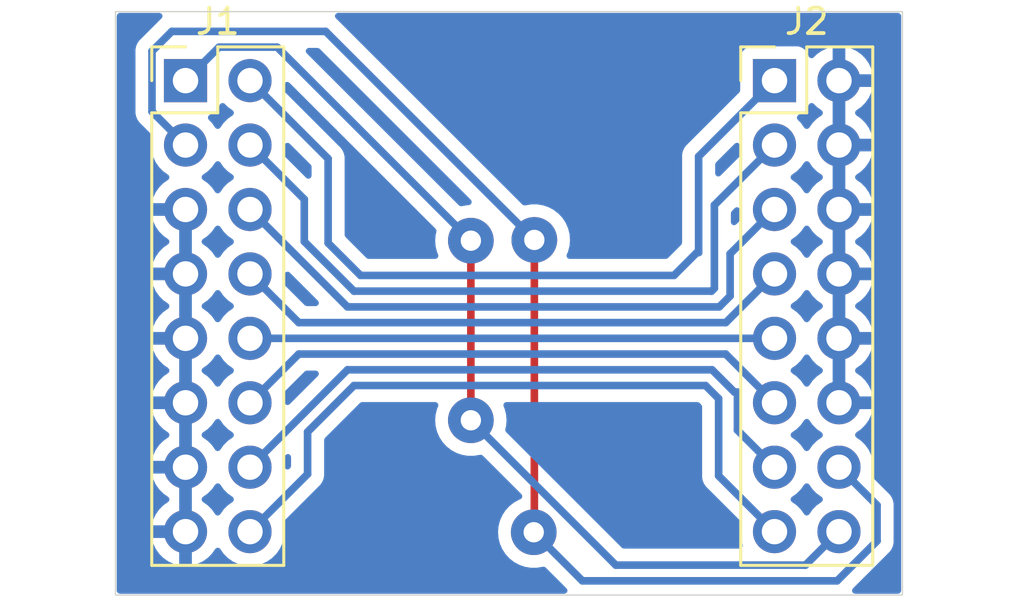
<source format=kicad_pcb>
(kicad_pcb (version 20240108) (generator "pcbnew") (generator_version "8.0")
  (layers (0 "F.Cu" signal) (31 "B.Cu" signal) (34 "B.Paste" user) (35 "F.Paste" user) (36 "B.SilkS" user "B.Silkscreen") (37 "F.SilkS" user "F.Silkscreen") (38 "B.Mask" user) (39 "F.Mask" user) (44 "Edge.Cuts" user))
  (net 0 "")
  (net 1 "Net-(J1-Pin_14)")
  (net 2 "Net-(J1-Pin_2)")
  (net 3 "Net-(J1-Pin_6)")
  (net 4 "Net-(J1-Pin_1)")
  (net 5 "Net-(J1-Pin_10)")
  (net 6 "Net-(J1-Pin_16)")
  (net 7 "Net-(J1-Pin_12)")
  (net 8 "Net-(J1-Pin_3)")
  (net 9 "Net-(J1-Pin_4)")
  (net 10 "Net-(J1-Pin_8)")
  (net 11 "GND")
  (footprint "Connector_PinHeader_2.54mm:PinHeader_2x08_P2.54mm_Vertical" (layer "F.Cu") (at 128.96 82.72)
    (property "Reference" "J2" (at 1.27 -2.33 0) (layer "F.SilkS"))
    (property "Value" "Conn_02x08_Odd_Even")
    (fp_line (start -1.33 -1.33) (end 0 -1.33) (stroke (width 0.12)) (layer "F.SilkS"))
    (fp_line (start -1.33 0) (end -1.33 -1.33) (stroke (width 0.12)) (layer "F.SilkS"))
    (fp_line (start -1.33 1.27) (end -1.33 19.11) (stroke (width 0.12)) (layer "F.SilkS"))
    (fp_line (start -1.33 1.27) (end 1.27 1.27) (stroke (width 0.12)) (layer "F.SilkS"))
    (fp_line (start -1.33 19.11) (end 3.87 19.11) (stroke (width 0.12)) (layer "F.SilkS"))
    (fp_line (start 1.27 -1.33) (end 3.87 -1.33) (stroke (width 0.12)) (layer "F.SilkS"))
    (fp_line (start 1.27 1.27) (end 1.27 -1.33) (stroke (width 0.12)) (layer "F.SilkS"))
    (fp_line (start 3.87 -1.33) (end 3.87 19.11) (stroke (width 0.12)) (layer "F.SilkS"))
    (pad "1" thru_hole rect (at 0 0) (size 1.7 1.7) (drill 1) (layers "*.Cu" "*.Mask") (net 2 "Net-(J1-Pin_2)"))
    (pad "2" thru_hole oval (at 2.54 0) (size 1.7 1.7) (drill 1) (layers "*.Cu" "*.Mask") (net 11 "GND"))
    (pad "3" thru_hole oval (at 0 2.54) (size 1.7 1.7) (drill 1) (layers "*.Cu" "*.Mask") (net 9 "Net-(J1-Pin_4)"))
    (pad "4" thru_hole oval (at 2.54 2.54) (size 1.7 1.7) (drill 1) (layers "*.Cu" "*.Mask") (net 11 "GND"))
    (pad "5" thru_hole oval (at 0 5.08) (size 1.7 1.7) (drill 1) (layers "*.Cu" "*.Mask") (net 3 "Net-(J1-Pin_6)"))
    (pad "6" thru_hole oval (at 2.54 5.08) (size 1.7 1.7) (drill 1) (layers "*.Cu" "*.Mask") (net 11 "GND"))
    (pad "7" thru_hole oval (at 0 7.62) (size 1.7 1.7) (drill 1) (layers "*.Cu" "*.Mask") (net 10 "Net-(J1-Pin_8)"))
    (pad "8" thru_hole oval (at 2.54 7.62) (size 1.7 1.7) (drill 1) (layers "*.Cu" "*.Mask") (net 11 "GND"))
    (pad "9" thru_hole oval (at 0 10.16) (size 1.7 1.7) (drill 1) (layers "*.Cu" "*.Mask") (net 5 "Net-(J1-Pin_10)"))
    (pad "10" thru_hole oval (at 2.54 10.16) (size 1.7 1.7) (drill 1) (layers "*.Cu" "*.Mask") (net 11 "GND"))
    (pad "11" thru_hole oval (at 0 12.7) (size 1.7 1.7) (drill 1) (layers "*.Cu" "*.Mask") (net 7 "Net-(J1-Pin_12)"))
    (pad "12" thru_hole oval (at 2.54 12.7) (size 1.7 1.7) (drill 1) (layers "*.Cu" "*.Mask") (net 11 "GND"))
    (pad "13" thru_hole oval (at 0 15.24) (size 1.7 1.7) (drill 1) (layers "*.Cu" "*.Mask") (net 1 "Net-(J1-Pin_14)"))
    (pad "14" thru_hole oval (at 2.54 15.24) (size 1.7 1.7) (drill 1) (layers "*.Cu" "*.Mask") (net 8 "Net-(J1-Pin_3)"))
    (pad "15" thru_hole oval (at 0 17.78) (size 1.7 1.7) (drill 1) (layers "*.Cu" "*.Mask") (net 6 "Net-(J1-Pin_16)"))
    (pad "16" thru_hole oval (at 2.54 17.78) (size 1.7 1.7) (drill 1) (layers "*.Cu" "*.Mask") (net 4 "Net-(J1-Pin_1)"))
  )
  (footprint "Connector_PinHeader_2.54mm:PinHeader_2x08_P2.54mm_Vertical" (layer "F.Cu") (at 105.76 82.72)
    (property "Reference" "J1" (at 1.27 -2.33 0) (layer "F.SilkS"))
    (property "Value" "Conn_02x08_Odd_Even")
    (fp_line (start -1.33 -1.33) (end 0 -1.33) (stroke (width 0.12)) (layer "F.SilkS"))
    (fp_line (start -1.33 0) (end -1.33 -1.33) (stroke (width 0.12)) (layer "F.SilkS"))
    (fp_line (start -1.33 1.27) (end -1.33 19.11) (stroke (width 0.12)) (layer "F.SilkS"))
    (fp_line (start -1.33 1.27) (end 1.27 1.27) (stroke (width 0.12)) (layer "F.SilkS"))
    (fp_line (start -1.33 19.11) (end 3.87 19.11) (stroke (width 0.12)) (layer "F.SilkS"))
    (fp_line (start 1.27 -1.33) (end 3.87 -1.33) (stroke (width 0.12)) (layer "F.SilkS"))
    (fp_line (start 1.27 1.27) (end 1.27 -1.33) (stroke (width 0.12)) (layer "F.SilkS"))
    (fp_line (start 3.87 -1.33) (end 3.87 19.11) (stroke (width 0.12)) (layer "F.SilkS"))
    (pad "1" thru_hole rect (at 0 0) (size 1.7 1.7) (drill 1) (layers "*.Cu" "*.Mask") (net 4 "Net-(J1-Pin_1)"))
    (pad "2" thru_hole oval (at 2.54 0) (size 1.7 1.7) (drill 1) (layers "*.Cu" "*.Mask") (net 2 "Net-(J1-Pin_2)"))
    (pad "3" thru_hole oval (at 0 2.54) (size 1.7 1.7) (drill 1) (layers "*.Cu" "*.Mask") (net 8 "Net-(J1-Pin_3)"))
    (pad "4" thru_hole oval (at 2.54 2.54) (size 1.7 1.7) (drill 1) (layers "*.Cu" "*.Mask") (net 9 "Net-(J1-Pin_4)"))
    (pad "5" thru_hole oval (at 0 5.08) (size 1.7 1.7) (drill 1) (layers "*.Cu" "*.Mask") (net 11 "GND"))
    (pad "6" thru_hole oval (at 2.54 5.08) (size 1.7 1.7) (drill 1) (layers "*.Cu" "*.Mask") (net 3 "Net-(J1-Pin_6)"))
    (pad "7" thru_hole oval (at 0 7.62) (size 1.7 1.7) (drill 1) (layers "*.Cu" "*.Mask") (net 11 "GND"))
    (pad "8" thru_hole oval (at 2.54 7.62) (size 1.7 1.7) (drill 1) (layers "*.Cu" "*.Mask") (net 10 "Net-(J1-Pin_8)"))
    (pad "9" thru_hole oval (at 0 10.16) (size 1.7 1.7) (drill 1) (layers "*.Cu" "*.Mask") (net 11 "GND"))
    (pad "10" thru_hole oval (at 2.54 10.16) (size 1.7 1.7) (drill 1) (layers "*.Cu" "*.Mask") (net 5 "Net-(J1-Pin_10)"))
    (pad "11" thru_hole oval (at 0 12.7) (size 1.7 1.7) (drill 1) (layers "*.Cu" "*.Mask") (net 11 "GND"))
    (pad "12" thru_hole oval (at 2.54 12.7) (size 1.7 1.7) (drill 1) (layers "*.Cu" "*.Mask") (net 7 "Net-(J1-Pin_12)"))
    (pad "13" thru_hole oval (at 0 15.24) (size 1.7 1.7) (drill 1) (layers "*.Cu" "*.Mask") (net 11 "GND"))
    (pad "14" thru_hole oval (at 2.54 15.24) (size 1.7 1.7) (drill 1) (layers "*.Cu" "*.Mask") (net 1 "Net-(J1-Pin_14)"))
    (pad "15" thru_hole oval (at 0 17.78) (size 1.7 1.7) (drill 1) (layers "*.Cu" "*.Mask") (net 11 "GND"))
    (pad "16" thru_hole oval (at 2.54 17.78) (size 1.7 1.7) (drill 1) (layers "*.Cu" "*.Mask") (net 6 "Net-(J1-Pin_16)"))
  )
  (gr_rect (start 103 80) (end 134 103) (stroke (width 0.05)) (fill none) (layer "Edge.Cuts"))
  (segment (start 127.38 95) (end 127.5 95) (width 0.3) (layer "B.Cu") (net 1))
  (segment (start 127.5 95) (end 127.5 96.5) (width 0.3) (layer "B.Cu") (net 1))
  (segment (start 126.5 94.12) (end 127.38 95) (width 0.3) (layer "B.Cu") (net 1))
  (segment (start 108.3 97.96) (end 112.14 94.12) (width 0.3) (layer "B.Cu") (net 1))
  (segment (start 112.14 94.12) (end 126.5 94.12) (width 0.3) (layer "B.Cu") (net 1))
  (segment (start 127.5 96.5) (end 128.96 97.96) (width 0.3) (layer "B.Cu") (net 1))
  (segment (start 108.3 82.72) (end 111.376812 85.796812) (width 0.3) (layer "B.Cu") (net 2))
  (segment (start 125.971594 85.708406) (end 128.96 82.72) (width 0.3) (layer "B.Cu") (net 2))
  (segment (start 111.376812 89.123188) (end 112.653624 90.4) (width 0.3) (layer "B.Cu") (net 2))
  (segment (start 125.971594 89.5) (end 125.971594 85.708406) (width 0.3) (layer "B.Cu") (net 2))
  (segment (start 125 90.4) (end 125.9 89.5) (width 0.3) (layer "B.Cu") (net 2))
  (segment (start 111.376812 85.796812) (end 111.376812 89.123188) (width 0.3) (layer "B.Cu") (net 2))
  (segment (start 125.9 89.5) (end 125.971594 89.5) (width 0.3) (layer "B.Cu") (net 2))
  (segment (start 112.653624 90.4) (end 125 90.4) (width 0.3) (layer "B.Cu") (net 2))
  (segment (start 127.211594 91.211594) (end 127.211594 89.548406) (width 0.3) (layer "B.Cu") (net 3))
  (segment (start 108.3 87.8) (end 112.14 91.64) (width 0.3) (layer "B.Cu") (net 3))
  (segment (start 127.211594 89.548406) (end 128.96 87.8) (width 0.3) (layer "B.Cu") (net 3))
  (segment (start 112.14 91.64) (end 126.783188 91.64) (width 0.3) (layer "B.Cu") (net 3))
  (segment (start 126.783188 91.64) (end 127.211594 91.211594) (width 0.3) (layer "B.Cu") (net 3))
  (segment (start 117 89.03) (end 117 96.11) (width 0.3) (layer "F.Cu") (net 4))
  (via (at 117 96.11) (size 1.8) (drill 0.8) (layers "F.Cu" "B.Cu") (net 4))
  (via (at 117 89.03) (size 1.8) (drill 0.8) (layers "F.Cu" "B.Cu") (net 4))
  (segment (start 130.18 101.82) (end 131.5 100.5) (width 0.3) (layer "B.Cu") (net 4))
  (segment (start 109.37 81.4) (end 117 89.03) (width 0.3) (layer "B.Cu") (net 4))
  (segment (start 107.08 81.4) (end 109.37 81.4) (width 0.3) (layer "B.Cu") (net 4))
  (segment (start 117 96.11) (end 122.71 101.82) (width 0.3) (layer "B.Cu") (net 4))
  (segment (start 105.76 82.72) (end 107.08 81.4) (width 0.3) (layer "B.Cu") (net 4))
  (segment (start 122.71 101.82) (end 130.18 101.82) (width 0.3) (layer "B.Cu") (net 4))
  (segment (start 108.3 92.88) (end 128.96 92.88) (width 0.3) (layer "B.Cu") (net 5))
  (segment (start 110.568406 98.231594) (end 110.568406 96.568406) (width 0.3) (layer "B.Cu") (net 6))
  (segment (start 108.3 100.5) (end 110.568406 98.231594) (width 0.3) (layer "B.Cu") (net 6))
  (segment (start 112.396812 94.74) (end 126.243188 94.74) (width 0.3) (layer "B.Cu") (net 6))
  (segment (start 110.568406 96.568406) (end 112.396812 94.74) (width 0.3) (layer "B.Cu") (net 6))
  (segment (start 126.76 95.256812) (end 126.76 98.3) (width 0.3) (layer "B.Cu") (net 6))
  (segment (start 126.243188 94.74) (end 126.76 95.256812) (width 0.3) (layer "B.Cu") (net 6))
  (segment (start 126.76 98.3) (end 128.96 100.5) (width 0.3) (layer "B.Cu") (net 6))
  (segment (start 110.22 93.5) (end 127.04 93.5) (width 0.3) (layer "B.Cu") (net 7))
  (segment (start 127.04 93.5) (end 128.96 95.42) (width 0.3) (layer "B.Cu") (net 7))
  (segment (start 108.3 95.42) (end 110.22 93.5) (width 0.3) (layer "B.Cu") (net 7))
  (segment (start 119.5 100.5) (end 119.476263 100.523737) (width 0.3) (layer "F.Cu") (net 8))
  (segment (start 119.5 89) (end 119.5 100.5) (width 0.3) (layer "F.Cu") (net 8))
  (via (at 119.476263 100.523737) (size 1.8) (drill 0.8) (layers "F.Cu" "B.Cu") (net 8))
  (via (at 119.5 89) (size 1.8) (drill 0.8) (layers "F.Cu" "B.Cu") (net 8))
  (segment (start 111.28 80.78) (end 119.5 89) (width 0.3) (layer "B.Cu") (net 8))
  (segment (start 119.476263 100.523737) (end 121.392526 102.44) (width 0.3) (layer "B.Cu") (net 8))
  (segment (start 133 100.866762) (end 133 99.46) (width 0.3) (layer "B.Cu") (net 8))
  (segment (start 104.44 83.94) (end 104.44 81.56) (width 0.3) (layer "B.Cu") (net 8))
  (segment (start 105.76 85.26) (end 104.44 83.94) (width 0.3) (layer "B.Cu") (net 8))
  (segment (start 133 99.46) (end 131.5 97.96) (width 0.3) (layer "B.Cu") (net 8))
  (segment (start 105.22 80.78) (end 111.28 80.78) (width 0.3) (layer "B.Cu") (net 8))
  (segment (start 131.426762 102.44) (end 133 100.866762) (width 0.3) (layer "B.Cu") (net 8))
  (segment (start 104.44 81.56) (end 105.22 80.78) (width 0.3) (layer "B.Cu") (net 8))
  (segment (start 121.392526 102.44) (end 131.426762 102.44) (width 0.3) (layer "B.Cu") (net 8))
  (segment (start 126.591594 87.628406) (end 128.96 85.26) (width 0.3) (layer "B.Cu") (net 9))
  (segment (start 108.3 85.26) (end 110.438406 87.398406) (width 0.3) (layer "B.Cu") (net 9))
  (segment (start 110.438406 89.061594) (end 112.396812 91.02) (width 0.3) (layer "B.Cu") (net 9))
  (segment (start 126.591594 90.908406) (end 126.591594 87.628406) (width 0.3) (layer "B.Cu") (net 9))
  (segment (start 112.396812 91.02) (end 126.48 91.02) (width 0.3) (layer "B.Cu") (net 9))
  (segment (start 110.438406 87.398406) (end 110.438406 89.061594) (width 0.3) (layer "B.Cu") (net 9))
  (segment (start 126.48 91.02) (end 126.591594 90.908406) (width 0.3) (layer "B.Cu") (net 9))
  (segment (start 108.3 90.34) (end 110.22 92.26) (width 0.3) (layer "B.Cu") (net 10))
  (segment (start 127.04 92.26) (end 128.96 90.34) (width 0.3) (layer "B.Cu") (net 10))
  (segment (start 110.22 92.26) (end 127.04 92.26) (width 0.3) (layer "B.Cu") (net 10))
  (zone (net 11) (net_name "GND") (layer "B.Cu") (connect_pads (clearance 0.5)) (min_thickness 0.25) (fill yes (thermal_gap 0.5) (thermal_bridge_width 0.5) (island_removal_mode 1) (island_area_min 10))
    (polygon (pts (xy 103 80) (xy 134 80) (xy 134 103) (xy 103 103)))
  )
)
</source>
